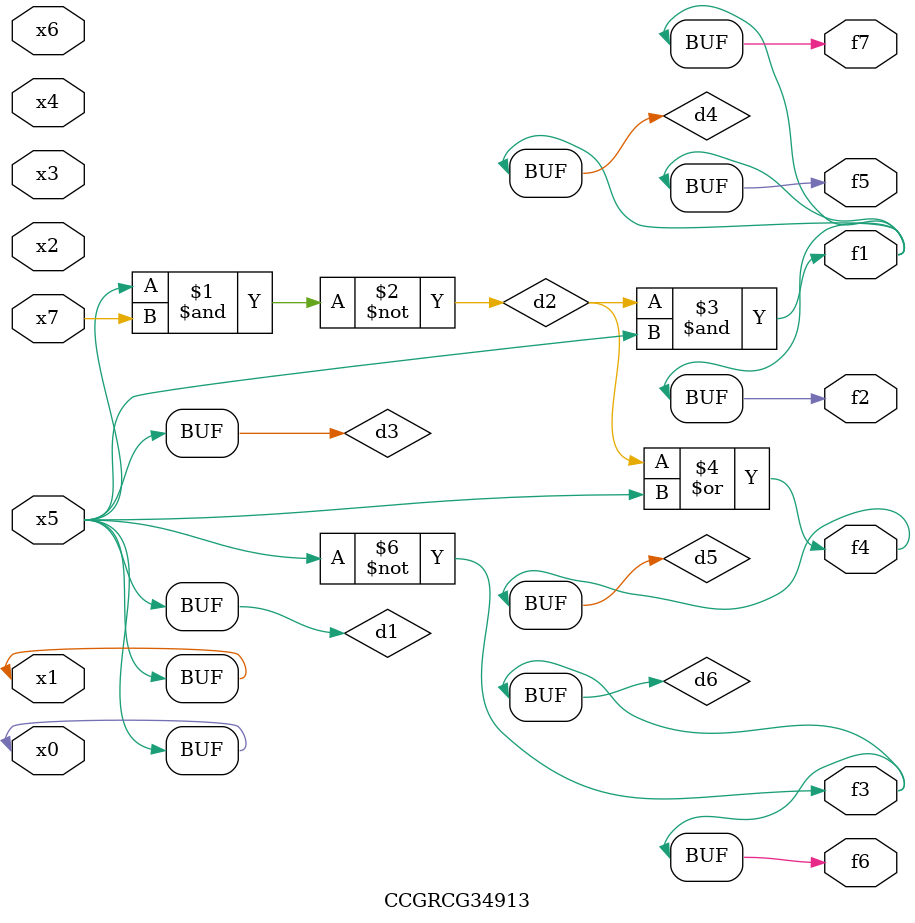
<source format=v>
module CCGRCG34913(
	input x0, x1, x2, x3, x4, x5, x6, x7,
	output f1, f2, f3, f4, f5, f6, f7
);

	wire d1, d2, d3, d4, d5, d6;

	buf (d1, x0, x5);
	nand (d2, x5, x7);
	buf (d3, x0, x1);
	and (d4, d2, d3);
	or (d5, d2, d3);
	nor (d6, d1, d3);
	assign f1 = d4;
	assign f2 = d4;
	assign f3 = d6;
	assign f4 = d5;
	assign f5 = d4;
	assign f6 = d6;
	assign f7 = d4;
endmodule

</source>
